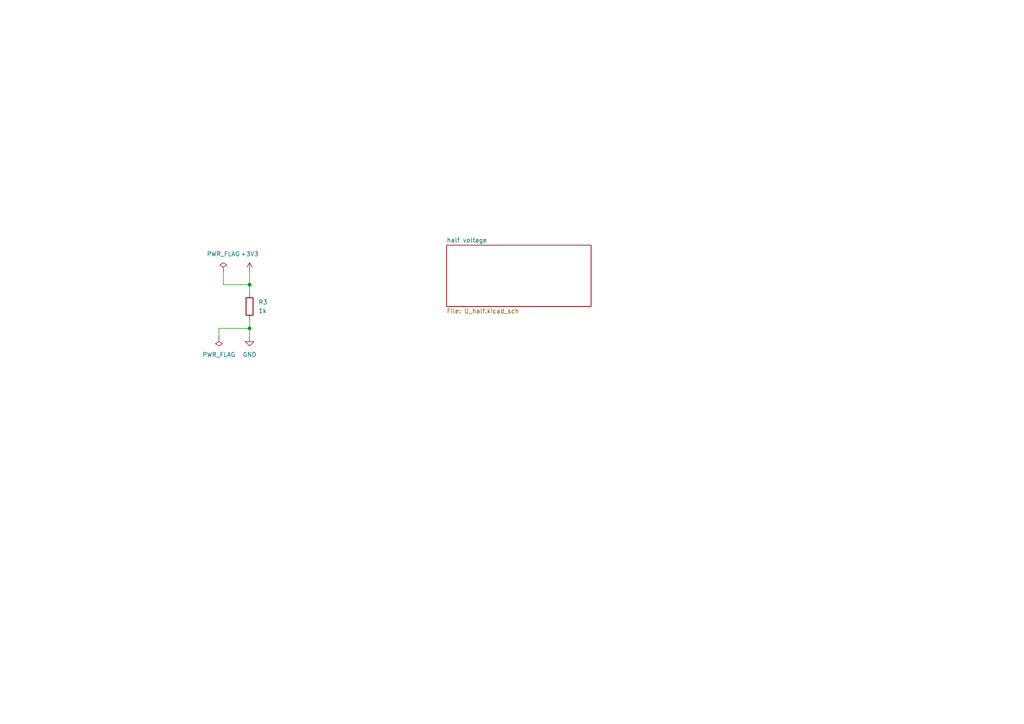
<source format=kicad_sch>
(kicad_sch (version 20230121) (generator eeschema)
  (paper "A4")
  (lib_symbols
    (symbol "Device:R" (pin_numbers hide) (pin_names (offset 0))
      (property "Reference" "R" (at 2.032 0 90))
      (property "Value" "R" (at 0 0 90))
      (symbol "R_0_1"
        (rectangle (start -1.016 -2.54) (end 1.016 2.54) (stroke (width 0.254)))
      )
      (symbol "R_1_1"
        (pin passive line (at 0 3.81 270) (length 1.27) (name "~") (number "1"))
        (pin passive line (at 0 -3.81 90) (length 1.27) (name "~") (number "2"))
      )
    )
    (symbol "power:+3V3" (power) (pin_names (offset 0))
      (property "Value" "+3V3" (at 0 3.556 0))
      (symbol "+3V3_0_1"
        (polyline (pts (xy -0.762 1.27) (xy 0 2.54)))
        (polyline (pts (xy 0 0) (xy 0 2.54)))
        (polyline (pts (xy 0 2.54) (xy 0.762 1.27)))
      )
      (symbol "+3V3_1_1"
        (pin power_in line (at 0 0 90) (length 0) hide (name "+3V3") (number "1"))
      )
    )
    (symbol "power:GND" (power) (pin_names (offset 0))
      (property "Value" "GND" (at 0 -3.81 0))
      (symbol "GND_0_1"
        (polyline (pts (xy 0 0) (xy 0 -1.27) (xy 1.27 -1.27) (xy 0 -2.54) (xy -1.27 -1.27) (xy 0 -1.27)))
      )
      (symbol "GND_1_1"
        (pin power_in line (at 0 0 270) (length 0) hide (name "GND") (number "1"))
      )
    )
    (symbol "power:PWR_FLAG" (power) (pin_numbers hide) (pin_names (offset 0) hide)
      (property "Value" "PWR_FLAG" (at 0 3.81 0))
      (symbol "PWR_FLAG_0_0"
        (pin power_out line (at 0 0 90) (length 0) (name "pwr") (number "1"))
      )
      (symbol "PWR_FLAG_0_1"
        (polyline (pts (xy 0 0) (xy 0 1.27) (xy -1.016 1.905) (xy 0 2.54) (xy 1.016 1.905) (xy 0 1.27)))
      )
    )
  )
  (junction (at 72.39 82.55))
  (junction (at 72.39 95.25))
  (wire (pts (xy 72.39 92.71) (xy 72.39 95.25)))
  (wire (pts (xy 64.77 78.74) (xy 64.77 82.55)))
  (wire (pts (xy 63.5 95.25) (xy 72.39 95.25)))
  (wire (pts (xy 72.39 85.09) (xy 72.39 82.55)))
  (wire (pts (xy 64.77 82.55) (xy 72.39 82.55)))
  (wire (pts (xy 63.5 97.79) (xy 63.5 95.25)))
  (wire (pts (xy 72.39 82.55) (xy 72.39 78.74)))
  (wire (pts (xy 72.39 95.25) (xy 72.39 97.79)))
  (symbol (lib_id "power:GND") (at 72.39 97.79 0) (unit 1)
    (property "Reference" "#PWR02" (effects hide))
    (property "Value" "GND" (at 72.39 102.87 0))
  )
  (symbol (lib_id "Device:R") (at 72.39 88.9 0) (unit 1)
    (property "Reference" "R3" (at 74.93 87.63 0) (effects (justify left)))
    (property "Value" "1k" (at 74.93 90.17 0) (effects (justify left)))
    (property "Footprint" "Resistor_SMD:R_0603_1608Metric" (effects hide))
  )
  (symbol (lib_id "power:+3V3") (at 72.39 78.74 0) (unit 1)
    (property "Reference" "#PWR05" (effects hide))
    (property "Value" "+3V3" (at 72.39 73.66 0))
  )
  (symbol (lib_id "power:PWR_FLAG") (at 63.5 97.79 180) (unit 1)
    (property "Reference" "#FLG01" (effects hide))
    (property "Value" "PWR_FLAG" (at 63.5 102.87 0))
  )
  (symbol (lib_id "power:PWR_FLAG") (at 64.77 78.74 0) (unit 1)
    (property "Reference" "#FLG02" (effects hide))
    (property "Value" "PWR_FLAG" (at 64.77 73.66 0))
  )
  (sheet (at 129.54 71.12) (size 41.91 17.78) (stroke (width 0.1524))
    (property "Sheetname" "half voltage" (at 129.54 70.4084 0) (effects (justify left bottom)))
    (property "Sheetfile" "U_half.kicad_sch" (at 129.54 89.4846 0) (effects (justify left top)))
  )
)
</source>
